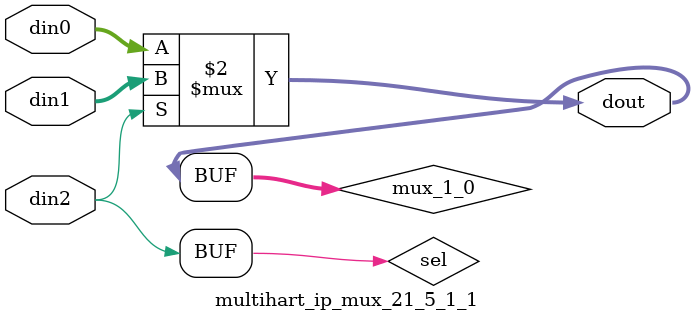
<source format=v>

`timescale 1ns/1ps

module multihart_ip_mux_21_5_1_1 #(
parameter
    ID                = 0,
    NUM_STAGE         = 1,
    din0_WIDTH       = 32,
    din1_WIDTH       = 32,
    din2_WIDTH         = 32,
    dout_WIDTH            = 32
)(
    input  [4 : 0]     din0,
    input  [4 : 0]     din1,
    input  [0 : 0]    din2,
    output [4 : 0]   dout);

// puts internal signals
wire [0 : 0]     sel;
// level 1 signals
wire [4 : 0]         mux_1_0;

assign sel = din2;

// Generate level 1 logic
assign mux_1_0 = (sel[0] == 0)? din0 : din1;

// output logic
assign dout = mux_1_0;

endmodule

</source>
